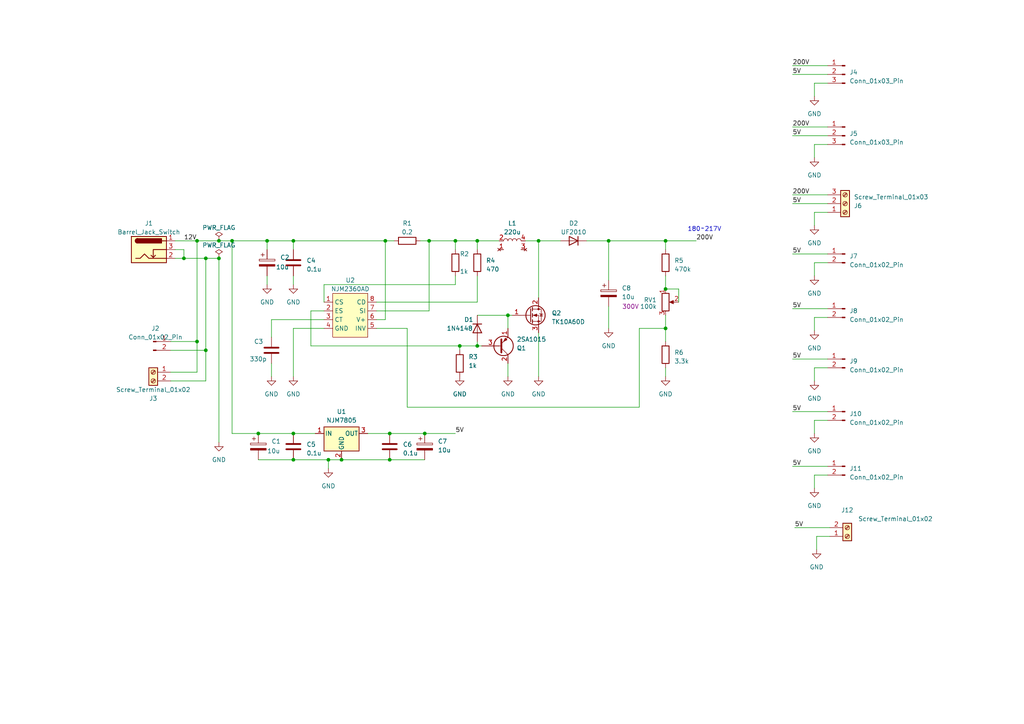
<source format=kicad_sch>
(kicad_sch (version 20230121) (generator eeschema)
  (paper "A4")
  (lib_symbols
    (symbol "Connector:Barrel_Jack_Switch" (pin_names hide)
      (property "Reference" "J" (at 0 5.334 0))
      (property "Value" "Barrel_Jack_Switch" (at 0 -5.08 0))
      (symbol "Barrel_Jack_Switch_0_1"
        (rectangle (start -5.08 3.81) (end 5.08 -3.81) (stroke (width 0.254)) (fill (type background)))
        (arc (start -3.302 3.175) (mid -3.9343 2.54) (end -3.302 1.905) (stroke (width 0.254)))
        (arc (start -3.302 3.175) (mid -3.9343 2.54) (end -3.302 1.905) (stroke (width 0.254)) (fill (type outline)))
        (polyline (pts (xy 1.27 -2.286) (xy 1.905 -1.651)) (stroke (width 0.254)))
        (polyline (pts (xy 5.08 2.54) (xy 3.81 2.54)) (stroke (width 0.254)))
        (polyline (pts (xy 5.08 0) (xy 1.27 0) (xy 1.27 -2.286) (xy 0.635 -1.651)) (stroke (width 0.254)))
        (polyline (pts (xy -3.81 -2.54) (xy -2.54 -2.54) (xy -1.27 -1.27) (xy 0 -2.54) (xy 2.54 -2.54) (xy 5.08 -2.54)) (stroke (width 0.254)))
        (rectangle (start 3.683 3.175) (end -3.302 1.905) (stroke (width 0.254)) (fill (type outline)))
      )
      (symbol "Barrel_Jack_Switch_1_1"
        (pin passive line (at 7.62 2.54 180) (length 2.54) (name "~") (number "1"))
        (pin passive line (at 7.62 -2.54 180) (length 2.54) (name "~") (number "2"))
        (pin passive line (at 7.62 0 180) (length 2.54) (name "~") (number "3"))
      )
    )
    (symbol "Connector:Conn_01x02_Pin" (pin_names (offset 1.016) hide)
      (property "Reference" "J" (at 0 2.54 0))
      (property "Value" "Conn_01x02_Pin" (at 0 -5.08 0))
      (symbol "Conn_01x02_Pin_1_1"
        (polyline (pts (xy 1.27 -2.54) (xy 0.8636 -2.54)) (stroke (width 0.1524)))
        (polyline (pts (xy 1.27 0) (xy 0.8636 0)) (stroke (width 0.1524)))
        (rectangle (start 0.8636 -2.413) (end 0 -2.667) (stroke (width 0.1524)) (fill (type outline)))
        (rectangle (start 0.8636 0.127) (end 0 -0.127) (stroke (width 0.1524)) (fill (type outline)))
        (pin passive line (at 5.08 0 180) (length 3.81) (name "Pin_1") (number "1"))
        (pin passive line (at 5.08 -2.54 180) (length 3.81) (name "Pin_2") (number "2"))
      )
    )
    (symbol "Connector:Conn_01x03_Pin" (pin_names (offset 1.016) hide)
      (property "Reference" "J" (at 0 5.08 0))
      (property "Value" "Conn_01x03_Pin" (at 0 -5.08 0))
      (symbol "Conn_01x03_Pin_1_1"
        (polyline (pts (xy 1.27 -2.54) (xy 0.8636 -2.54)) (stroke (width 0.1524)))
        (polyline (pts (xy 1.27 0) (xy 0.8636 0)) (stroke (width 0.1524)))
        (polyline (pts (xy 1.27 2.54) (xy 0.8636 2.54)) (stroke (width 0.1524)))
        (rectangle (start 0.8636 -2.413) (end 0 -2.667) (stroke (width 0.1524)) (fill (type outline)))
        (rectangle (start 0.8636 0.127) (end 0 -0.127) (stroke (width 0.1524)) (fill (type outline)))
        (rectangle (start 0.8636 2.667) (end 0 2.413) (stroke (width 0.1524)) (fill (type outline)))
        (pin passive line (at 5.08 2.54 180) (length 3.81) (name "Pin_1") (number "1"))
        (pin passive line (at 5.08 0 180) (length 3.81) (name "Pin_2") (number "2"))
        (pin passive line (at 5.08 -2.54 180) (length 3.81) (name "Pin_3") (number "3"))
      )
    )
    (symbol "Connector:Screw_Terminal_01x02" (pin_names (offset 1.016) hide)
      (property "Reference" "J" (at 0 2.54 0))
      (property "Value" "Screw_Terminal_01x02" (at 0 -5.08 0))
      (symbol "Screw_Terminal_01x02_1_1"
        (rectangle (start -1.27 1.27) (end 1.27 -3.81) (stroke (width 0.254)) (fill (type background)))
        (circle (center 0 -2.54) (radius 0.635) (stroke (width 0.1524)))
        (polyline (pts (xy -0.5334 -2.2098) (xy 0.3302 -3.048)) (stroke (width 0.1524)))
        (polyline (pts (xy -0.5334 0.3302) (xy 0.3302 -0.508)) (stroke (width 0.1524)))
        (polyline (pts (xy -0.3556 -2.032) (xy 0.508 -2.8702)) (stroke (width 0.1524)))
        (polyline (pts (xy -0.3556 0.508) (xy 0.508 -0.3302)) (stroke (width 0.1524)))
        (circle (center 0 0) (radius 0.635) (stroke (width 0.1524)))
        (pin passive line (at -5.08 0 0) (length 3.81) (name "Pin_1") (number "1"))
        (pin passive line (at -5.08 -2.54 0) (length 3.81) (name "Pin_2") (number "2"))
      )
    )
    (symbol "Connector:Screw_Terminal_01x03" (pin_names (offset 1.016) hide)
      (property "Reference" "J" (at 0 5.08 0))
      (property "Value" "Screw_Terminal_01x03" (at 0 -5.08 0))
      (symbol "Screw_Terminal_01x03_1_1"
        (rectangle (start -1.27 3.81) (end 1.27 -3.81) (stroke (width 0.254)) (fill (type background)))
        (circle (center 0 -2.54) (radius 0.635) (stroke (width 0.1524)))
        (polyline (pts (xy -0.5334 -2.2098) (xy 0.3302 -3.048)) (stroke (width 0.1524)))
        (polyline (pts (xy -0.5334 0.3302) (xy 0.3302 -0.508)) (stroke (width 0.1524)))
        (polyline (pts (xy -0.5334 2.8702) (xy 0.3302 2.032)) (stroke (width 0.1524)))
        (polyline (pts (xy -0.3556 -2.032) (xy 0.508 -2.8702)) (stroke (width 0.1524)))
        (polyline (pts (xy -0.3556 0.508) (xy 0.508 -0.3302)) (stroke (width 0.1524)))
        (polyline (pts (xy -0.3556 3.048) (xy 0.508 2.2098)) (stroke (width 0.1524)))
        (circle (center 0 0) (radius 0.635) (stroke (width 0.1524)))
        (circle (center 0 2.54) (radius 0.635) (stroke (width 0.1524)))
        (pin passive line (at -5.08 2.54 0) (length 3.81) (name "Pin_1") (number "1"))
        (pin passive line (at -5.08 0 0) (length 3.81) (name "Pin_2") (number "2"))
        (pin passive line (at -5.08 -2.54 0) (length 3.81) (name "Pin_3") (number "3"))
      )
    )
    (symbol "Device:C" (pin_numbers hide) (pin_names (offset 0.254))
      (property "Reference" "C" (at 0.635 2.54 0))
      (property "Value" "C" (at 0.635 -2.54 0))
      (symbol "C_0_1"
        (polyline (pts (xy -2.032 -0.762) (xy 2.032 -0.762)) (stroke (width 0.508)))
        (polyline (pts (xy -2.032 0.762) (xy 2.032 0.762)) (stroke (width 0.508)))
      )
      (symbol "C_1_1"
        (pin passive line (at 0 3.81 270) (length 2.794) (name "~") (number "1"))
        (pin passive line (at 0 -3.81 90) (length 2.794) (name "~") (number "2"))
      )
    )
    (symbol "Device:C_Polarized" (pin_numbers hide) (pin_names (offset 0.254))
      (property "Reference" "C" (at 0.635 2.54 0))
      (property "Value" "C_Polarized" (at 0.635 -2.54 0))
      (symbol "C_Polarized_0_1"
        (rectangle (start -2.286 0.508) (end 2.286 1.016))
        (polyline (pts (xy -1.778 2.286) (xy -0.762 2.286)))
        (polyline (pts (xy -1.27 2.794) (xy -1.27 1.778)))
        (rectangle (start 2.286 -0.508) (end -2.286 -1.016) (fill (type outline)))
      )
      (symbol "C_Polarized_1_1"
        (pin passive line (at 0 3.81 270) (length 2.794) (name "~") (number "1"))
        (pin passive line (at 0 -3.81 90) (length 2.794) (name "~") (number "2"))
      )
    )
    (symbol "Device:R" (pin_numbers hide) (pin_names (offset 0))
      (property "Reference" "R" (at 2.032 0 90))
      (property "Value" "R" (at 0 0 90))
      (symbol "R_0_1"
        (rectangle (start -1.016 -2.54) (end 1.016 2.54) (stroke (width 0.254)))
      )
      (symbol "R_1_1"
        (pin passive line (at 0 3.81 270) (length 1.27) (name "~") (number "1"))
        (pin passive line (at 0 -3.81 90) (length 1.27) (name "~") (number "2"))
      )
    )
    (symbol "Device:R_Potentiometer" (pin_names (offset 1.016) hide)
      (property "Reference" "RV" (at -4.445 0 90))
      (property "Value" "R_Potentiometer" (at -2.54 0 90))
      (symbol "R_Potentiometer_0_1"
        (polyline (pts (xy 2.54 0) (xy 1.524 0)))
        (polyline (pts (xy 1.143 0) (xy 2.286 0.508) (xy 2.286 -0.508) (xy 1.143 0)) (fill (type outline)))
        (rectangle (start 1.016 2.54) (end -1.016 -2.54) (stroke (width 0.254)))
      )
      (symbol "R_Potentiometer_1_1"
        (pin passive line (at 0 3.81 270) (length 1.27) (name "1") (number "1"))
        (pin passive line (at 3.81 0 180) (length 1.27) (name "2") (number "2"))
        (pin passive line (at 0 -3.81 90) (length 1.27) (name "3") (number "3"))
      )
    )
    (symbol "Diode:1N4148" (pin_numbers hide) (pin_names hide)
      (property "Reference" "D" (at 0 2.54 0))
      (property "Value" "1N4148" (at 0 -2.54 0))
      (symbol "1N4148_0_1"
        (polyline (pts (xy -1.27 1.27) (xy -1.27 -1.27)) (stroke (width 0.254)))
        (polyline (pts (xy 1.27 0) (xy -1.27 0)))
        (polyline (pts (xy 1.27 1.27) (xy 1.27 -1.27) (xy -1.27 0) (xy 1.27 1.27)) (stroke (width 0.254)))
      )
      (symbol "1N4148_1_1"
        (pin passive line (at -3.81 0 0) (length 2.54) (name "K") (number "1"))
        (pin passive line (at 3.81 0 180) (length 2.54) (name "A") (number "2"))
      )
    )
    (symbol "Transistor_BJT:2SA1015" (pin_names (offset 0) hide)
      (property "Reference" "Q" (at 5.08 1.905 0))
      (property "Value" "2SA1015" (at 5.08 0 0))
      (symbol "2SA1015_0_1"
        (polyline (pts (xy 0 0) (xy 0.635 0)))
        (polyline (pts (xy 2.54 -2.54) (xy 0.635 -0.635)))
        (polyline (pts (xy 2.54 2.54) (xy 0.635 0.635)))
        (polyline (pts (xy 0.635 1.905) (xy 0.635 -1.905) (xy 0.635 -1.905)) (stroke (width 0.508)) (fill (type outline)))
        (polyline (pts (xy 1.778 -2.286) (xy 2.286 -1.778) (xy 1.27 -1.27) (xy 1.778 -2.286) (xy 1.778 -2.286)) (fill (type outline)))
        (circle (center 1.27 0) (radius 2.8194) (stroke (width 0.254)))
      )
      (symbol "2SA1015_1_1"
        (pin passive line (at 2.54 -5.08 90) (length 2.54) (name "E") (number "1"))
        (pin passive line (at 2.54 5.08 270) (length 2.54) (name "C") (number "2"))
        (pin input line (at -5.08 0 0) (length 5.08) (name "B") (number "3"))
      )
    )
    (symbol "mylib:NJM2360AD"
      (property "Reference" "U" (at 0 7.62 0))
      (property "Value" "NJM2360AD" (at 0 -7.62 0))
      (symbol "NJM2360AD_0_1"
        (rectangle (start -5.08 6.35) (end 5.08 -6.35) (fill (type background)))
      )
      (symbol "NJM2360AD_1_1"
        (pin passive line (at -7.62 3.81 0) (length 2.54) (name "CS") (number "1"))
        (pin passive line (at -7.62 1.27 0) (length 2.54) (name "ES") (number "2"))
        (pin passive line (at -7.62 -1.27 0) (length 2.54) (name "CT") (number "3"))
        (pin power_in line (at -7.62 -3.81 0) (length 2.54) (name "GND") (number "4"))
        (pin passive line (at 7.62 -3.81 180) (length 2.54) (name "INV") (number "5"))
        (pin power_in line (at 7.62 -1.27 180) (length 2.54) (name "V+") (number "6"))
        (pin passive line (at 7.62 1.27 180) (length 2.54) (name "SI") (number "7"))
        (pin passive line (at 7.62 3.81 180) (length 2.54) (name "CD") (number "8"))
      )
    )
    (symbol "mylib:NJM7805" (pin_names (offset 0.254))
      (property "Reference" "U" (at -3.81 3.175 0))
      (property "Value" "NJM7805" (at 0 3.175 0))
      (symbol "NJM7805_0_1"
        (rectangle (start -5.08 1.905) (end 5.08 -5.08) (stroke (width 0.254)) (fill (type background)))
      )
      (symbol "NJM7805_1_1"
        (pin power_in line (at -7.62 0 0) (length 2.54) (name "IN") (number "1"))
        (pin power_in line (at 0 -7.62 90) (length 2.54) (name "GND") (number "2"))
        (pin power_out line (at 7.62 0 180) (length 2.54) (name "OUT") (number "3"))
      )
    )
    (symbol "mylib:RCH110" (pin_names (offset 1.016) hide)
      (property "Reference" "L" (at 0 -2.54 0))
      (property "Value" "RCH110NP" (at 0 5.08 0))
      (symbol "RCH110_0_1"
        (arc (start -1.27 1.27) (mid -1.905 1.9023) (end -2.54 1.27))
        (arc (start 0 1.27) (mid -0.635 1.9023) (end -1.27 1.27))
        (arc (start 1.27 1.27) (mid 0.635 1.9023) (end 0 1.27))
        (arc (start 2.54 1.27) (mid 1.905 1.9023) (end 1.27 1.27))
      )
      (symbol "RCH110_1_1"
        (pin no_connect line (at -3.81 -1.27 0) (length 1.27) (name "1") (number "1"))
        (pin passive line (at -3.81 1.27 0) (length 1.27) (name "2") (number "2"))
        (pin no_connect line (at 3.81 -1.27 180) (length 1.27) (name "3") (number "3"))
        (pin passive line (at 3.81 1.27 180) (length 1.27) (name "4") (number "4"))
      )
    )
    (symbol "mylib:TK10A60D" (pin_names hide)
      (property "Reference" "Q" (at 5.08 1.905 0))
      (property "Value" "TK10A60D" (at 5.08 0 0))
      (symbol "TK10A60D_0_1"
        (polyline (pts (xy 0.254 0) (xy -2.54 0)))
        (polyline (pts (xy 0.254 1.905) (xy 0.254 -1.905)) (stroke (width 0.254)))
        (polyline (pts (xy 0.762 -1.27) (xy 0.762 -2.286)) (stroke (width 0.254)))
        (polyline (pts (xy 0.762 0.508) (xy 0.762 -0.508)) (stroke (width 0.254)))
        (polyline (pts (xy 0.762 2.286) (xy 0.762 1.27)) (stroke (width 0.254)))
        (polyline (pts (xy 2.54 2.54) (xy 2.54 1.778)))
        (polyline (pts (xy 2.54 -2.54) (xy 2.54 0) (xy 0.762 0)))
        (polyline (pts (xy 0.762 -1.778) (xy 3.302 -1.778) (xy 3.302 1.778) (xy 0.762 1.778)))
        (polyline (pts (xy 1.016 0) (xy 2.032 0.381) (xy 2.032 -0.381) (xy 1.016 0)) (fill (type outline)))
        (polyline (pts (xy 2.794 0.508) (xy 2.921 0.381) (xy 3.683 0.381) (xy 3.81 0.254)))
        (polyline (pts (xy 3.302 0.381) (xy 2.921 -0.254) (xy 3.683 -0.254) (xy 3.302 0.381)))
        (circle (center 1.651 0) (radius 2.794) (stroke (width 0.254)))
        (circle (center 2.54 -1.778) (radius 0.254) (fill (type outline)))
        (circle (center 2.54 1.778) (radius 0.254) (fill (type outline)))
      )
      (symbol "TK10A60D_1_1"
        (pin passive line (at -5.08 0 0) (length 2.54) (name "G") (number "1"))
        (pin passive line (at 2.54 5.08 270) (length 2.54) (name "D") (number "2"))
        (pin passive line (at 2.54 -5.08 90) (length 2.54) (name "S") (number "3"))
      )
    )
    (symbol "mylib:UF2010" (pin_numbers hide) (pin_names hide)
      (property "Reference" "D" (at 0 2.54 0))
      (property "Value" "UF2010" (at 0 -2.54 0))
      (symbol "UF2010_0_1"
        (polyline (pts (xy -1.27 1.27) (xy -1.27 -1.27)) (stroke (width 0.254)))
        (polyline (pts (xy 1.27 0) (xy -1.27 0)))
        (polyline (pts (xy 1.27 1.27) (xy 1.27 -1.27) (xy -1.27 0) (xy 1.27 1.27)) (stroke (width 0.254)))
      )
      (symbol "UF2010_1_1"
        (pin passive line (at -3.81 0 0) (length 2.54) (name "K") (number "1"))
        (pin passive line (at 3.81 0 180) (length 2.54) (name "A") (number "2"))
      )
    )
    (symbol "power:GND" (power) (pin_names (offset 0))
      (property "Value" "GND" (at 0 -3.81 0))
      (symbol "GND_0_1"
        (polyline (pts (xy 0 0) (xy 0 -1.27) (xy 1.27 -1.27) (xy 0 -2.54) (xy -1.27 -1.27) (xy 0 -1.27)))
      )
      (symbol "GND_1_1"
        (pin power_in line (at 0 0 270) (length 0) hide (name "GND") (number "1"))
      )
    )
    (symbol "power:PWR_FLAG" (power) (pin_numbers hide) (pin_names (offset 0) hide)
      (property "Value" "PWR_FLAG" (at 0 3.81 0))
      (symbol "PWR_FLAG_0_0"
        (pin power_out line (at 0 0 90) (length 0) (name "pwr") (number "1"))
      )
      (symbol "PWR_FLAG_0_1"
        (polyline (pts (xy 0 0) (xy 0 1.27) (xy -1.016 1.905) (xy 0 2.54) (xy 1.016 1.905) (xy 0 1.27)))
      )
    )
  )
  (junction (at 53.34 74.93))
  (junction (at 74.93 125.73))
  (junction (at 193.04 69.85))
  (junction (at 193.04 83.82))
  (junction (at 138.43 100.33))
  (junction (at 57.15 99.06))
  (junction (at 85.09 133.35))
  (junction (at 63.5 74.93))
  (junction (at 113.03 133.35))
  (junction (at 123.19 125.73))
  (junction (at 132.08 69.85))
  (junction (at 133.35 100.33))
  (junction (at 85.09 125.73))
  (junction (at 156.21 69.85))
  (junction (at 85.09 69.85))
  (junction (at 57.15 69.85))
  (junction (at 176.53 69.85))
  (junction (at 113.03 125.73))
  (junction (at 59.69 101.6))
  (junction (at 59.69 74.93))
  (junction (at 124.46 69.85))
  (junction (at 67.31 69.85))
  (junction (at 111.76 69.85))
  (junction (at 63.5 69.85))
  (junction (at 95.25 133.35))
  (junction (at 138.43 69.85))
  (junction (at 193.04 95.25))
  (junction (at 99.06 133.35))
  (junction (at 147.32 91.44))
  (junction (at 77.47 69.85))
  (wire (pts (xy 176.53 88.9) (xy 176.53 95.25)))
  (wire (pts (xy 109.22 95.25) (xy 118.11 95.25)))
  (wire (pts (xy 78.74 105.41) (xy 78.74 109.22)))
  (wire (pts (xy 193.04 91.44) (xy 193.04 95.25)))
  (wire (pts (xy 138.43 69.85) (xy 132.08 69.85)))
  (wire (pts (xy 240.03 106.68) (xy 236.22 106.68)))
  (wire (pts (xy 118.11 95.25) (xy 118.11 118.11)))
  (wire (pts (xy 229.87 73.66) (xy 240.03 73.66)))
  (wire (pts (xy 240.03 76.2) (xy 236.22 76.2)))
  (wire (pts (xy 132.08 80.01) (xy 132.08 82.55)))
  (wire (pts (xy 78.74 97.79) (xy 78.74 92.71)))
  (wire (pts (xy 49.53 107.95) (xy 57.15 107.95)))
  (wire (pts (xy 133.35 100.33) (xy 138.43 100.33)))
  (wire (pts (xy 229.87 36.83) (xy 240.03 36.83)))
  (wire (pts (xy 147.32 91.44) (xy 147.32 95.25)))
  (wire (pts (xy 229.87 19.05) (xy 240.03 19.05)))
  (wire (pts (xy 49.53 99.06) (xy 57.15 99.06)))
  (wire (pts (xy 229.87 39.37) (xy 240.03 39.37)))
  (wire (pts (xy 111.76 69.85) (xy 114.3 69.85)))
  (wire (pts (xy 109.22 92.71) (xy 111.76 92.71)))
  (wire (pts (xy 63.5 69.85) (xy 67.31 69.85)))
  (wire (pts (xy 59.69 74.93) (xy 63.5 74.93)))
  (wire (pts (xy 50.8 69.85) (xy 57.15 69.85)))
  (wire (pts (xy 240.03 24.13) (xy 236.22 24.13)))
  (wire (pts (xy 147.32 105.41) (xy 147.32 109.22)))
  (wire (pts (xy 106.68 125.73) (xy 113.03 125.73)))
  (wire (pts (xy 236.22 24.13) (xy 236.22 27.94)))
  (wire (pts (xy 95.25 133.35) (xy 95.25 135.89)))
  (wire (pts (xy 236.22 106.68) (xy 236.22 110.49)))
  (wire (pts (xy 53.34 74.93) (xy 59.69 74.93)))
  (wire (pts (xy 85.09 125.73) (xy 91.44 125.73)))
  (wire (pts (xy 138.43 80.01) (xy 138.43 87.63)))
  (wire (pts (xy 229.87 59.055) (xy 240.03 59.055)))
  (wire (pts (xy 59.69 110.49) (xy 49.53 110.49)))
  (wire (pts (xy 240.03 121.92) (xy 236.22 121.92)))
  (wire (pts (xy 67.31 69.85) (xy 77.47 69.85)))
  (wire (pts (xy 132.08 69.85) (xy 124.46 69.85)))
  (wire (pts (xy 230.505 153.035) (xy 240.665 153.035)))
  (wire (pts (xy 240.03 61.595) (xy 236.22 61.595)))
  (wire (pts (xy 59.69 74.93) (xy 59.69 101.6)))
  (wire (pts (xy 111.76 69.85) (xy 111.76 92.71)))
  (wire (pts (xy 176.53 69.85) (xy 176.53 81.28)))
  (wire (pts (xy 170.18 69.85) (xy 176.53 69.85)))
  (wire (pts (xy 176.53 69.85) (xy 193.04 69.85)))
  (wire (pts (xy 236.855 155.575) (xy 236.855 159.385)))
  (wire (pts (xy 132.08 82.55) (xy 93.98 82.55)))
  (wire (pts (xy 118.11 118.11) (xy 185.42 118.11)))
  (wire (pts (xy 229.87 135.255) (xy 240.03 135.255)))
  (wire (pts (xy 85.09 69.85) (xy 85.09 72.39)))
  (wire (pts (xy 85.09 133.35) (xy 95.25 133.35)))
  (wire (pts (xy 57.15 69.85) (xy 63.5 69.85)))
  (wire (pts (xy 193.04 95.25) (xy 193.04 99.06)))
  (wire (pts (xy 193.04 69.85) (xy 201.93 69.85)))
  (wire (pts (xy 85.09 80.01) (xy 85.09 82.55)))
  (wire (pts (xy 138.43 100.33) (xy 139.7 100.33)))
  (wire (pts (xy 113.03 133.35) (xy 123.19 133.35)))
  (wire (pts (xy 147.32 91.44) (xy 148.59 91.44)))
  (wire (pts (xy 123.19 125.73) (xy 132.08 125.73)))
  (wire (pts (xy 57.15 107.95) (xy 57.15 99.06)))
  (wire (pts (xy 193.04 106.68) (xy 193.04 109.22)))
  (wire (pts (xy 53.34 74.93) (xy 50.8 74.93)))
  (wire (pts (xy 236.22 92.075) (xy 236.22 95.885)))
  (wire (pts (xy 124.46 69.85) (xy 124.46 90.17)))
  (wire (pts (xy 240.665 155.575) (xy 236.855 155.575)))
  (wire (pts (xy 95.25 133.35) (xy 99.06 133.35)))
  (wire (pts (xy 85.09 69.85) (xy 111.76 69.85)))
  (wire (pts (xy 85.09 95.25) (xy 93.98 95.25)))
  (wire (pts (xy 193.04 80.01) (xy 193.04 83.82)))
  (wire (pts (xy 240.03 41.91) (xy 236.22 41.91)))
  (wire (pts (xy 99.06 133.35) (xy 113.03 133.35)))
  (wire (pts (xy 49.53 101.6) (xy 59.69 101.6)))
  (wire (pts (xy 185.42 118.11) (xy 185.42 95.25)))
  (wire (pts (xy 138.43 91.44) (xy 147.32 91.44)))
  (wire (pts (xy 74.93 125.73) (xy 85.09 125.73)))
  (wire (pts (xy 63.5 74.93) (xy 63.5 128.27)))
  (wire (pts (xy 193.04 69.85) (xy 193.04 72.39)))
  (wire (pts (xy 50.8 72.39) (xy 53.34 72.39)))
  (wire (pts (xy 196.85 87.63) (xy 196.85 83.82)))
  (wire (pts (xy 59.69 101.6) (xy 59.69 110.49)))
  (wire (pts (xy 113.03 125.73) (xy 123.19 125.73)))
  (wire (pts (xy 236.22 137.795) (xy 236.22 141.605)))
  (wire (pts (xy 138.43 69.85) (xy 144.78 69.85)))
  (wire (pts (xy 236.22 41.91) (xy 236.22 45.72)))
  (wire (pts (xy 121.92 69.85) (xy 124.46 69.85)))
  (wire (pts (xy 74.93 133.35) (xy 85.09 133.35)))
  (wire (pts (xy 196.85 83.82) (xy 193.04 83.82)))
  (wire (pts (xy 138.43 99.06) (xy 138.43 100.33)))
  (wire (pts (xy 57.15 69.85) (xy 57.15 99.06)))
  (wire (pts (xy 236.22 121.92) (xy 236.22 125.73)))
  (wire (pts (xy 156.21 69.85) (xy 156.21 86.36)))
  (wire (pts (xy 152.4 69.85) (xy 156.21 69.85)))
  (wire (pts (xy 185.42 95.25) (xy 193.04 95.25)))
  (wire (pts (xy 78.74 92.71) (xy 93.98 92.71)))
  (wire (pts (xy 77.47 80.01) (xy 77.47 82.55)))
  (wire (pts (xy 132.08 69.85) (xy 132.08 72.39)))
  (wire (pts (xy 156.21 96.52) (xy 156.21 109.22)))
  (wire (pts (xy 229.87 104.14) (xy 240.03 104.14)))
  (wire (pts (xy 236.22 61.595) (xy 236.22 65.405)))
  (wire (pts (xy 229.87 56.515) (xy 240.03 56.515)))
  (wire (pts (xy 240.03 137.795) (xy 236.22 137.795)))
  (wire (pts (xy 156.21 69.85) (xy 162.56 69.85)))
  (wire (pts (xy 133.35 100.33) (xy 90.17 100.33)))
  (wire (pts (xy 93.98 82.55) (xy 93.98 87.63)))
  (wire (pts (xy 138.43 87.63) (xy 109.22 87.63)))
  (wire (pts (xy 133.35 100.33) (xy 133.35 101.6)))
  (wire (pts (xy 90.17 90.17) (xy 93.98 90.17)))
  (wire (pts (xy 236.22 76.2) (xy 236.22 80.01)))
  (wire (pts (xy 124.46 90.17) (xy 109.22 90.17)))
  (wire (pts (xy 77.47 69.85) (xy 77.47 72.39)))
  (wire (pts (xy 138.43 72.39) (xy 138.43 69.85)))
  (wire (pts (xy 240.03 92.075) (xy 236.22 92.075)))
  (wire (pts (xy 77.47 69.85) (xy 85.09 69.85)))
  (wire (pts (xy 229.87 89.535) (xy 240.03 89.535)))
  (wire (pts (xy 229.87 119.38) (xy 240.03 119.38)))
  (wire (pts (xy 90.17 90.17) (xy 90.17 100.33)))
  (wire (pts (xy 229.87 21.59) (xy 240.03 21.59)))
  (wire (pts (xy 67.31 125.73) (xy 74.93 125.73)))
  (wire (pts (xy 53.34 72.39) (xy 53.34 74.93)))
  (wire (pts (xy 67.31 69.85) (xy 67.31 125.73)))
  (wire (pts (xy 85.09 95.25) (xy 85.09 109.22)))
  (text "180～217V" (at 199.39 67.31 0) (effects (font (size 1.27 1.27)) (justify left bottom)))
  (label "200V" (at 201.93 69.85 0))
  (label "5V" (at 229.87 73.66 0))
  (label "200V" (at 229.87 56.515 0))
  (label "200V" (at 229.87 19.05 0))
  (label "5V" (at 229.87 119.38 0))
  (label "5V" (at 229.87 39.37 0))
  (label "5V" (at 229.87 135.255 0))
  (label "5V" (at 229.87 89.535 0))
  (label "12V" (at 53.34 69.85 0))
  (label "5V" (at 132.08 125.73 0))
  (label "5V" (at 230.505 153.035 0))
  (label "200V" (at 229.87 36.83 0))
  (label "5V" (at 229.87 104.14 0))
  (label "5V" (at 229.87 21.59 0))
  (label "5V" (at 229.87 59.055 0))
  (symbol (lib_id "Connector:Barrel_Jack_Switch") (at 43.18 72.39 0) (unit 1)
    (property "Reference" "J1" (at 43.18 64.77 0))
    (property "Value" "Barrel_Jack_Switch" (at 43.18 67.31 0))
    (property "Footprint" "Connector_BarrelJack:BarrelJack_GCT_DCJ200-10-A_Horizontal" (effects hide))
  )
  (symbol (lib_id "Connector:Conn_01x03_Pin") (at 245.11 39.37 0) (mirror y) (unit 1)
    (property "Reference" "J5" (at 246.38 38.735 0) (effects (justify right)))
    (property "Value" "Conn_01x03_Pin" (at 246.38 41.275 0) (effects (justify right)))
    (property "Footprint" "Connector_JST:JST_XH_B3B-XH-A_1x03_P2.50mm_Vertical" (effects hide))
  )
  (symbol (lib_id "Device:R") (at 133.35 105.41 0) (unit 1)
    (property "Reference" "R3" (at 135.89 103.505 0) (effects (justify left)))
    (property "Value" "1k" (at 135.89 106.045 0) (effects (justify left)))
    (property "Footprint" "Resistor_THT:R_Axial_DIN0207_L6.3mm_D2.5mm_P10.16mm_Horizontal" (effects hide))
  )
  (symbol (lib_id "Connector:Screw_Terminal_01x02") (at 44.45 107.95 0) (mirror y) (unit 1)
    (property "Reference" "J3" (at 44.45 115.57 0))
    (property "Value" "Screw_Terminal_01x02" (at 44.45 113.03 0))
    (property "Footprint" "mylib:TerminalBlock_TB111-2-2_P5.08mm" (effects hide))
  )
  (symbol (lib_id "Device:R") (at 132.08 76.2 0) (unit 1)
    (property "Reference" "R2" (at 133.35 73.66 0) (effects (justify left)))
    (property "Value" "1k" (at 133.35 78.74 0) (effects (justify left)))
    (property "Footprint" "Resistor_THT:R_Axial_DIN0207_L6.3mm_D2.5mm_P10.16mm_Horizontal" (effects hide))
  )
  (symbol (lib_id "power:GND") (at 236.22 65.405 0) (unit 1)
    (property "Reference" "#PWR014" (effects hide))
    (property "Value" "GND" (at 236.22 70.485 0))
  )
  (symbol (lib_id "Device:C_Polarized") (at 74.93 129.54 0) (unit 1)
    (property "Reference" "C1" (at 78.74 128.016 0) (effects (justify left)))
    (property "Value" "10u" (at 77.47 130.81 0) (effects (justify left)))
    (property "Footprint" "Capacitor_THT:CP_Radial_D5.0mm_P2.00mm" (effects hide))
  )
  (symbol (lib_id "Diode:1N4148") (at 138.43 95.25 270) (unit 1)
    (property "Reference" "D1" (at 134.62 92.71 90) (effects (justify left)))
    (property "Value" "1N4148" (at 129.54 95.25 90) (effects (justify left)))
    (property "Footprint" "Diode_THT:D_DO-35_SOD27_P7.62mm_Horizontal" (effects hide))
    (property "Datasheet" "https://assets.nexperia.com/documents/data-sheet/1N4148_1N4448.pdf" (effects hide))
    (property "Sim.Device" "D" (effects hide))
    (property "Sim.Pins" "1=K 2=A" (effects hide))
  )
  (symbol (lib_id "power:PWR_FLAG") (at 63.5 74.93 0) (unit 1)
    (property "Reference" "#FLG02" (effects hide))
    (property "Value" "PWR_FLAG" (at 63.5 71.12 0))
  )
  (symbol (lib_id "Connector:Conn_01x03_Pin") (at 245.11 21.59 0) (mirror y) (unit 1)
    (property "Reference" "J4" (at 246.38 20.955 0) (effects (justify right)))
    (property "Value" "Conn_01x03_Pin" (at 246.38 23.495 0) (effects (justify right)))
    (property "Footprint" "Connector_JST:JST_XH_B3B-XH-A_1x03_P2.50mm_Vertical" (effects hide))
  )
  (symbol (lib_id "Connector:Screw_Terminal_01x02") (at 245.745 155.575 0) (mirror x) (unit 1)
    (property "Reference" "J12" (at 245.745 147.955 0))
    (property "Value" "Screw_Terminal_01x02" (at 259.715 150.495 0))
    (property "Footprint" "mylib:TerminalBlock_TB111-2-2_P5.08mm" (effects hide))
  )
  (symbol (lib_id "power:GND") (at 147.32 109.22 0) (unit 1)
    (property "Reference" "#PWR08" (effects hide))
    (property "Value" "GND" (at 147.32 114.3 0))
  )
  (symbol (lib_id "mylib:TK10A60D") (at 153.67 91.44 0) (unit 1)
    (property "Reference" "Q2" (at 160.02 90.805 0) (effects (justify left)))
    (property "Value" "TK10A60D" (at 160.02 93.345 0) (effects (justify left)))
    (property "Footprint" "Package_TO_SOT_THT:TO-220-3_Horizontal_TabDown" (effects hide))
    (property "Datasheet" "https://akizukidenshi.com/download/ds/toshiba/TK10A60D_datasheet_ja_20131101.pdf" (effects hide))
  )
  (symbol (lib_id "power:GND") (at 156.21 109.22 0) (unit 1)
    (property "Reference" "#PWR09" (effects hide))
    (property "Value" "GND" (at 156.21 114.3 0))
  )
  (symbol (lib_id "power:GND") (at 77.47 82.55 0) (unit 1)
    (property "Reference" "#PWR02" (effects hide))
    (property "Value" "GND" (at 77.47 87.63 0))
  )
  (symbol (lib_id "Connector:Conn_01x02_Pin") (at 245.11 135.255 0) (mirror y) (unit 1)
    (property "Reference" "J11" (at 246.38 135.89 0) (effects (justify right)))
    (property "Value" "Conn_01x02_Pin" (at 246.38 138.43 0) (effects (justify right)))
    (property "Footprint" "Connector_JST:JST_XH_B2B-XH-A_1x02_P2.50mm_Vertical" (effects hide))
  )
  (symbol (lib_id "Device:C_Polarized") (at 123.19 129.54 0) (unit 1)
    (property "Reference" "C7" (at 127 128.016 0) (effects (justify left)))
    (property "Value" "10u" (at 127 130.556 0) (effects (justify left)))
    (property "Footprint" "Capacitor_THT:CP_Radial_D5.0mm_P2.00mm" (effects hide))
  )
  (symbol (lib_id "Connector:Conn_01x02_Pin") (at 44.45 99.06 0) (unit 1)
    (property "Reference" "J2" (at 45.085 95.25 0))
    (property "Value" "Conn_01x02_Pin" (at 45.085 97.79 0))
    (property "Footprint" "Connector_JST:JST_XH_B2B-XH-A_1x02_P2.50mm_Vertical" (effects hide))
  )
  (symbol (lib_id "power:GND") (at 236.22 27.94 0) (unit 1)
    (property "Reference" "#PWR012" (effects hide))
    (property "Value" "GND" (at 236.22 33.02 0))
  )
  (symbol (lib_id "power:GND") (at 78.74 109.22 0) (unit 1)
    (property "Reference" "#PWR03" (effects hide))
    (property "Value" "GND" (at 78.74 114.3 0))
  )
  (symbol (lib_id "power:GND") (at 236.22 125.73 0) (unit 1)
    (property "Reference" "#PWR018" (effects hide))
    (property "Value" "GND" (at 236.22 130.81 0))
  )
  (symbol (lib_id "power:GND") (at 176.53 95.25 0) (unit 1)
    (property "Reference" "#PWR011" (effects hide))
    (property "Value" "GND" (at 176.53 100.33 0))
  )
  (symbol (lib_id "power:GND") (at 236.22 95.885 0) (unit 1)
    (property "Reference" "#PWR016" (effects hide))
    (property "Value" "GND" (at 236.22 100.965 0))
  )
  (symbol (lib_id "power:PWR_FLAG") (at 63.5 69.85 0) (unit 1)
    (property "Reference" "#FLG01" (effects hide))
    (property "Value" "PWR_FLAG" (at 63.5 66.04 0))
  )
  (symbol (lib_id "Device:R") (at 118.11 69.85 90) (unit 1)
    (property "Reference" "R1" (at 118.11 64.77 90))
    (property "Value" "0.2" (at 118.11 67.31 90))
    (property "Footprint" "Resistor_THT:R_Axial_DIN0309_L9.0mm_D3.2mm_P12.70mm_Horizontal" (effects hide))
  )
  (symbol (lib_id "power:GND") (at 85.09 82.55 0) (unit 1)
    (property "Reference" "#PWR04" (effects hide))
    (property "Value" "GND" (at 85.09 87.63 0))
  )
  (symbol (lib_id "power:GND") (at 85.09 109.22 0) (unit 1)
    (property "Reference" "#PWR05" (effects hide))
    (property "Value" "GND" (at 85.09 114.3 0))
  )
  (symbol (lib_id "Connector:Screw_Terminal_01x03") (at 245.11 59.055 0) (mirror x) (unit 1)
    (property "Reference" "J6" (at 247.65 59.69 0) (effects (justify left)))
    (property "Value" "Screw_Terminal_01x03" (at 247.65 57.15 0) (effects (justify left)))
    (property "Footprint" "mylib:TerminalBlock_TB111-2-3_P5.08mm" (effects hide))
  )
  (symbol (lib_id "Device:C") (at 85.09 76.2 0) (unit 1)
    (property "Reference" "C4" (at 88.9 75.565 0) (effects (justify left)))
    (property "Value" "0.1u" (at 88.9 78.105 0) (effects (justify left)))
    (property "Footprint" "Capacitor_THT:C_Disc_D3.0mm_W2.0mm_P2.50mm" (effects hide))
  )
  (symbol (lib_id "mylib:NJM7805") (at 99.06 125.73 0) (unit 1)
    (property "Reference" "U1" (at 99.06 119.38 0))
    (property "Value" "NJM7805" (at 99.06 121.92 0))
    (property "Footprint" "Package_TO_SOT_THT:TO-220-3_Horizontal_TabDown" (effects hide))
    (property "Datasheet" "https://akizukidenshi.com/download/ds/njr/NJM7800_J.pdf" (effects hide))
  )
  (symbol (lib_id "Transistor_BJT:2SA1015") (at 144.78 100.33 0) (mirror x) (unit 1)
    (property "Reference" "Q1" (at 149.86 100.965 0) (effects (justify left)))
    (property "Value" "2SA1015" (at 149.86 98.425 0) (effects (justify left)))
    (property "Footprint" "Package_TO_SOT_THT:TO-92_Inline" (effects hide))
    (property "Datasheet" "http://www.datasheetcatalog.org/datasheet/toshiba/905.pdf" (effects hide))
  )
  (symbol (lib_id "mylib:NJM2360AD") (at 101.6 91.44 0) (unit 1)
    (property "Reference" "U2" (at 101.6 81.28 0))
    (property "Value" "NJM2360AD" (at 101.6 83.82 0))
    (property "Footprint" "Package_DIP:DIP-8_W7.62mm_Socket" (effects hide))
    (property "Datasheet" "https://led-parts.com/pdf/njm2360.pdf" (effects hide))
  )
  (symbol (lib_id "power:GND") (at 63.5 128.27 0) (unit 1)
    (property "Reference" "#PWR01" (effects hide))
    (property "Value" "GND" (at 63.5 133.35 0))
  )
  (symbol (lib_id "mylib:RCH110") (at 148.59 71.12 0) (unit 1)
    (property "Reference" "L1" (at 148.59 64.77 0))
    (property "Value" "220u" (at 148.59 67.31 0))
    (property "Footprint" "mylib:RCH-110" (effects hide))
    (property "Datasheet" "https://akizukidenshi.com/download/ds/sumida/rch110.pdf" (effects hide))
  )
  (symbol (lib_id "Device:C") (at 85.09 129.54 0) (unit 1)
    (property "Reference" "C5" (at 88.9 128.905 0) (effects (justify left)))
    (property "Value" "0.1u" (at 88.9 131.445 0) (effects (justify left)))
    (property "Footprint" "Capacitor_THT:C_Disc_D3.0mm_W2.0mm_P2.50mm" (effects hide))
  )
  (symbol (lib_id "power:GND") (at 193.04 109.22 0) (unit 1)
    (property "Reference" "#PWR010" (effects hide))
    (property "Value" "GND" (at 193.04 114.3 0))
  )
  (symbol (lib_id "Connector:Conn_01x02_Pin") (at 245.11 73.66 0) (mirror y) (unit 1)
    (property "Reference" "J7" (at 246.38 74.295 0) (effects (justify right)))
    (property "Value" "Conn_01x02_Pin" (at 246.38 76.835 0) (effects (justify right)))
    (property "Footprint" "Connector_JST:JST_XH_B2B-XH-A_1x02_P2.50mm_Vertical" (effects hide))
  )
  (symbol (lib_id "Connector:Conn_01x02_Pin") (at 245.11 119.38 0) (mirror y) (unit 1)
    (property "Reference" "J10" (at 246.38 120.015 0) (effects (justify right)))
    (property "Value" "Conn_01x02_Pin" (at 246.38 122.555 0) (effects (justify right)))
    (property "Footprint" "Connector_JST:JST_XH_B2B-XH-A_1x02_P2.50mm_Vertical" (effects hide))
  )
  (symbol (lib_id "Device:R") (at 193.04 76.2 0) (unit 1)
    (property "Reference" "R5" (at 195.58 75.565 0) (effects (justify left)))
    (property "Value" "470k" (at 195.58 78.105 0) (effects (justify left)))
    (property "Footprint" "Resistor_THT:R_Axial_DIN0207_L6.3mm_D2.5mm_P10.16mm_Horizontal" (effects hide))
  )
  (symbol (lib_id "power:GND") (at 236.22 141.605 0) (unit 1)
    (property "Reference" "#PWR020" (effects hide))
    (property "Value" "GND" (at 236.22 146.685 0))
  )
  (symbol (lib_id "Device:R") (at 138.43 76.2 0) (unit 1)
    (property "Reference" "R4" (at 140.97 75.565 0) (effects (justify left)))
    (property "Value" "470" (at 140.97 78.105 0) (effects (justify left)))
    (property "Footprint" "Resistor_THT:R_Axial_DIN0207_L6.3mm_D2.5mm_P10.16mm_Horizontal" (effects hide))
  )
  (symbol (lib_id "Connector:Conn_01x02_Pin") (at 245.11 104.14 0) (mirror y) (unit 1)
    (property "Reference" "J9" (at 246.38 104.775 0) (effects (justify right)))
    (property "Value" "Conn_01x02_Pin" (at 246.38 107.315 0) (effects (justify right)))
    (property "Footprint" "Connector_JST:JST_XH_B2B-XH-A_1x02_P2.50mm_Vertical" (effects hide))
  )
  (symbol (lib_id "Connector:Conn_01x02_Pin") (at 245.11 89.535 0) (mirror y) (unit 1)
    (property "Reference" "J8" (at 246.38 90.17 0) (effects (justify right)))
    (property "Value" "Conn_01x02_Pin" (at 246.38 92.71 0) (effects (justify right)))
    (property "Footprint" "Connector_JST:JST_XH_B2B-XH-A_1x02_P2.50mm_Vertical" (effects hide))
  )
  (symbol (lib_id "mylib:UF2010") (at 166.37 69.85 180) (unit 1)
    (property "Reference" "D2" (at 166.37 64.77 0))
    (property "Value" "UF2010" (at 166.37 67.31 0))
    (property "Footprint" "Diode_THT:D_DO-15_P12.70mm_Horizontal" (effects hide))
    (property "Datasheet" "https://akizukidenshi.com/download/uf2010.pdf" (effects hide))
    (property "Sim.Device" "D" (effects hide))
    (property "Sim.Pins" "1=K 2=A" (effects hide))
  )
  (symbol (lib_id "power:GND") (at 133.35 109.22 0) (unit 1)
    (property "Reference" "#PWR07" (effects hide))
    (property "Value" "GND" (at 133.35 114.3 0))
  )
  (symbol (lib_id "Device:C") (at 78.74 101.6 0) (unit 1)
    (property "Reference" "C3" (at 73.66 99.06 0) (effects (justify left)))
    (property "Value" "330p" (at 72.39 104.14 0) (effects (justify left)))
    (property "Footprint" "Capacitor_THT:C_Disc_D3.0mm_W2.0mm_P2.50mm" (effects hide))
  )
  (symbol (lib_id "power:GND") (at 95.25 135.89 0) (unit 1)
    (property "Reference" "#PWR06" (effects hide))
    (property "Value" "GND" (at 95.25 140.97 0))
  )
  (symbol (lib_id "power:GND") (at 236.22 110.49 0) (unit 1)
    (property "Reference" "#PWR017" (effects hide))
    (property "Value" "GND" (at 236.22 115.57 0))
  )
  (symbol (lib_id "power:GND") (at 236.22 80.01 0) (unit 1)
    (property "Reference" "#PWR015" (effects hide))
    (property "Value" "GND" (at 236.22 85.09 0))
  )
  (symbol (lib_id "Device:R_Potentiometer") (at 193.04 87.63 0) (unit 1)
    (property "Reference" "RV1" (at 190.5 86.995 0) (effects (justify right)))
    (property "Value" "100k" (at 190.5 88.9 0) (effects (justify right)))
    (property "Footprint" "mylib:Potentiometer_GF063P" (effects hide))
  )
  (symbol (lib_id "power:GND") (at 236.855 159.385 0) (unit 1)
    (property "Reference" "#PWR019" (effects hide))
    (property "Value" "GND" (at 236.855 164.465 0))
  )
  (symbol (lib_id "power:GND") (at 236.22 45.72 0) (unit 1)
    (property "Reference" "#PWR013" (effects hide))
    (property "Value" "GND" (at 236.22 50.8 0))
  )
  (symbol (lib_id "Device:C_Polarized") (at 176.53 85.09 0) (unit 1)
    (property "Reference" "C8" (at 180.34 83.566 0) (effects (justify left)))
    (property "Value" "10u" (at 180.34 86.106 0) (effects (justify left)))
    (property "Footprint" "Capacitor_THT:CP_Radial_D10.0mm_P5.00mm" (effects hide))
    (property "定格電圧" "300V" (at 182.88 88.9 0))
  )
  (symbol (lib_id "Device:C_Polarized") (at 77.47 76.2 0) (unit 1)
    (property "Reference" "C2" (at 81.28 74.676 0) (effects (justify left)))
    (property "Value" "10u" (at 80.01 77.47 0) (effects (justify left)))
    (property "Footprint" "Capacitor_THT:CP_Radial_D5.0mm_P2.00mm" (effects hide))
  )
  (symbol (lib_id "Device:C") (at 113.03 129.54 0) (unit 1)
    (property "Reference" "C6" (at 116.84 128.905 0) (effects (justify left)))
    (property "Value" "0.1u" (at 116.84 131.445 0) (effects (justify left)))
    (property "Footprint" "Capacitor_THT:C_Disc_D3.0mm_W2.0mm_P2.50mm" (effects hide))
  )
  (symbol (lib_id "Device:R") (at 193.04 102.87 0) (unit 1)
    (property "Reference" "R6" (at 195.58 102.235 0) (effects (justify left)))
    (property "Value" "3.3k" (at 195.58 104.775 0) (effects (justify left)))
    (property "Footprint" "Resistor_THT:R_Axial_DIN0207_L6.3mm_D2.5mm_P10.16mm_Horizontal" (effects hide))
  )
)
</source>
